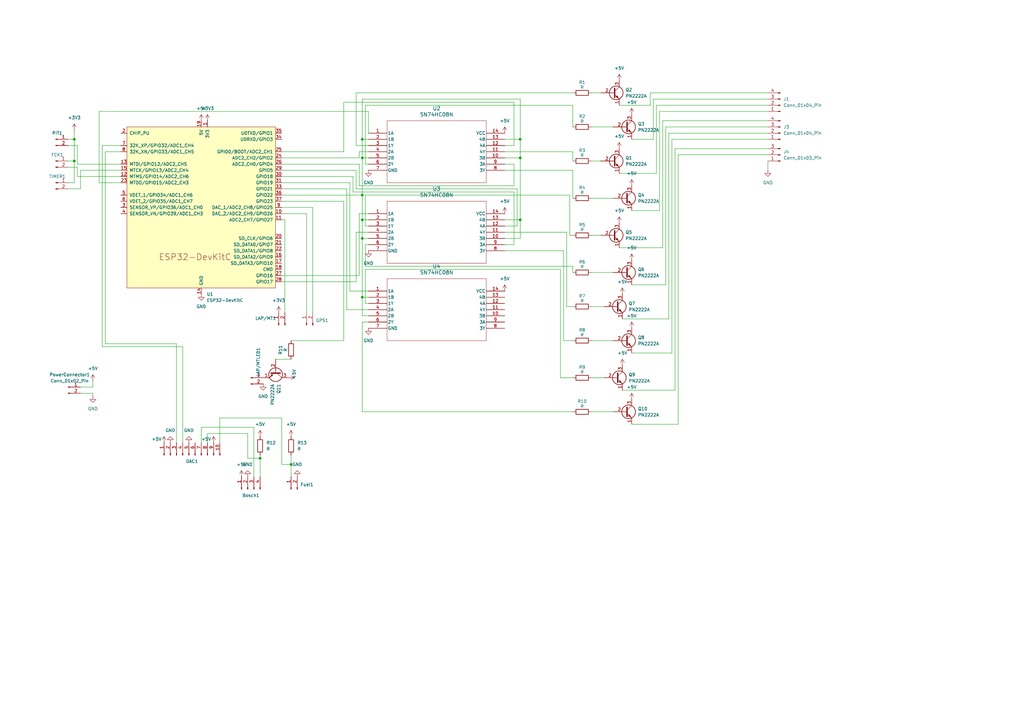
<source format=kicad_sch>
(kicad_sch (version 20231120) (generator "eeschema") (generator_version "8.0")
  (paper "A3")
  (lib_symbols
    (symbol "2024-09-07_11-47-55:SN74HC08N" (pin_names (offset 0.254))
      (property "Reference" "U" (at 27.94 10.16 0))
      (property "Value" "SN74HC08N" (at 27.94 7.62 0))
      (symbol "SN74HC08N_0_1"
        (polyline (pts (xy 7.62 -20.32) (xy 48.26 -20.32)) (stroke (width 0.127)))
        (polyline (pts (xy 7.62 5.08) (xy 7.62 -20.32)) (stroke (width 0.127)))
        (polyline (pts (xy 48.26 -20.32) (xy 48.26 5.08)) (stroke (width 0.127)))
        (polyline (pts (xy 48.26 5.08) (xy 7.62 5.08)) (stroke (width 0.127)))
        (pin input line (at 0 0 0) (length 7.62) (name "1A") (number "1"))
        (pin input line (at 55.88 -10.16 180) (length 7.62) (name "3B") (number "10"))
        (pin output line (at 55.88 -7.62 180) (length 7.62) (name "4Y") (number "11"))
        (pin input line (at 55.88 -5.08 180) (length 7.62) (name "4A") (number "12"))
        (pin input line (at 55.88 -2.54 180) (length 7.62) (name "4B") (number "13"))
        (pin power_in line (at 55.88 0 180) (length 7.62) (name "VCC") (number "14"))
        (pin input line (at 0 -2.54 0) (length 7.62) (name "1B") (number "2"))
        (pin output line (at 0 -5.08 0) (length 7.62) (name "1Y") (number "3"))
        (pin input line (at 0 -7.62 0) (length 7.62) (name "2A") (number "4"))
        (pin input line (at 0 -10.16 0) (length 7.62) (name "2B") (number "5"))
        (pin output line (at 0 -12.7 0) (length 7.62) (name "2Y") (number "6"))
        (pin power_in line (at 0 -15.24 0) (length 7.62) (name "GND") (number "7"))
        (pin output line (at 55.88 -15.24 180) (length 7.62) (name "3Y") (number "8"))
        (pin input line (at 55.88 -12.7 180) (length 7.62) (name "3A") (number "9"))
      )
    )
    (symbol "Connector:Conn_01x02_Pin" (pin_names (offset 1.016) hide)
      (property "Reference" "J" (at 0 2.54 0))
      (property "Value" "Conn_01x02_Pin" (at 0 -5.08 0))
      (symbol "Conn_01x02_Pin_1_1"
        (polyline (pts (xy 1.27 -2.54) (xy 0.8636 -2.54)) (stroke (width 0.1524)))
        (polyline (pts (xy 1.27 0) (xy 0.8636 0)) (stroke (width 0.1524)))
        (rectangle (start 0.8636 -2.413) (end 0 -2.667) (stroke (width 0.1524)) (fill (type outline)))
        (rectangle (start 0.8636 0.127) (end 0 -0.127) (stroke (width 0.1524)) (fill (type outline)))
        (pin passive line (at 5.08 0 180) (length 3.81) (name "Pin_1") (number "1"))
        (pin passive line (at 5.08 -2.54 180) (length 3.81) (name "Pin_2") (number "2"))
      )
    )
    (symbol "Connector:Conn_01x03_Pin" (pin_names (offset 1.016) hide)
      (property "Reference" "J" (at 0 5.08 0))
      (property "Value" "Conn_01x03_Pin" (at 0 -5.08 0))
      (symbol "Conn_01x03_Pin_1_1"
        (polyline (pts (xy 1.27 -2.54) (xy 0.8636 -2.54)) (stroke (width 0.1524)))
        (polyline (pts (xy 1.27 0) (xy 0.8636 0)) (stroke (width 0.1524)))
        (polyline (pts (xy 1.27 2.54) (xy 0.8636 2.54)) (stroke (width 0.1524)))
        (rectangle (start 0.8636 -2.413) (end 0 -2.667) (stroke (width 0.1524)) (fill (type outline)))
        (rectangle (start 0.8636 0.127) (end 0 -0.127) (stroke (width 0.1524)) (fill (type outline)))
        (rectangle (start 0.8636 2.667) (end 0 2.413) (stroke (width 0.1524)) (fill (type outline)))
        (pin passive line (at 5.08 2.54 180) (length 3.81) (name "Pin_1") (number "1"))
        (pin passive line (at 5.08 0 180) (length 3.81) (name "Pin_2") (number "2"))
        (pin passive line (at 5.08 -2.54 180) (length 3.81) (name "Pin_3") (number "3"))
      )
    )
    (symbol "Connector:Conn_01x04_Pin" (pin_names (offset 1.016) hide)
      (property "Reference" "J" (at 0 5.08 0))
      (property "Value" "Conn_01x04_Pin" (at 0 -7.62 0))
      (symbol "Conn_01x04_Pin_1_1"
        (polyline (pts (xy 1.27 -5.08) (xy 0.8636 -5.08)) (stroke (width 0.1524)))
        (polyline (pts (xy 1.27 -2.54) (xy 0.8636 -2.54)) (stroke (width 0.1524)))
        (polyline (pts (xy 1.27 0) (xy 0.8636 0)) (stroke (width 0.1524)))
        (polyline (pts (xy 1.27 2.54) (xy 0.8636 2.54)) (stroke (width 0.1524)))
        (rectangle (start 0.8636 -4.953) (end 0 -5.207) (stroke (width 0.1524)) (fill (type outline)))
        (rectangle (start 0.8636 -2.413) (end 0 -2.667) (stroke (width 0.1524)) (fill (type outline)))
        (rectangle (start 0.8636 0.127) (end 0 -0.127) (stroke (width 0.1524)) (fill (type outline)))
        (rectangle (start 0.8636 2.667) (end 0 2.413) (stroke (width 0.1524)) (fill (type outline)))
        (pin passive line (at 5.08 2.54 180) (length 3.81) (name "Pin_1") (number "1"))
        (pin passive line (at 5.08 0 180) (length 3.81) (name "Pin_2") (number "2"))
        (pin passive line (at 5.08 -2.54 180) (length 3.81) (name "Pin_3") (number "3"))
        (pin passive line (at 5.08 -5.08 180) (length 3.81) (name "Pin_4") (number "4"))
      )
    )
    (symbol "Connector:Conn_01x10_Pin" (pin_names (offset 1.016) hide)
      (property "Reference" "J" (at 0 12.7 0))
      (property "Value" "Conn_01x10_Pin" (at 0 -15.24 0))
      (symbol "Conn_01x10_Pin_1_1"
        (polyline (pts (xy 1.27 -12.7) (xy 0.8636 -12.7)) (stroke (width 0.1524)))
        (polyline (pts (xy 1.27 -10.16) (xy 0.8636 -10.16)) (stroke (width 0.1524)))
        (polyline (pts (xy 1.27 -7.62) (xy 0.8636 -7.62)) (stroke (width 0.1524)))
        (polyline (pts (xy 1.27 -5.08) (xy 0.8636 -5.08)) (stroke (width 0.1524)))
        (polyline (pts (xy 1.27 -2.54) (xy 0.8636 -2.54)) (stroke (width 0.1524)))
        (polyline (pts (xy 1.27 0) (xy 0.8636 0)) (stroke (width 0.1524)))
        (polyline (pts (xy 1.27 2.54) (xy 0.8636 2.54)) (stroke (width 0.1524)))
        (polyline (pts (xy 1.27 5.08) (xy 0.8636 5.08)) (stroke (width 0.1524)))
        (polyline (pts (xy 1.27 7.62) (xy 0.8636 7.62)) (stroke (width 0.1524)))
        (polyline (pts (xy 1.27 10.16) (xy 0.8636 10.16)) (stroke (width 0.1524)))
        (rectangle (start 0.8636 -12.573) (end 0 -12.827) (stroke (width 0.1524)) (fill (type outline)))
        (rectangle (start 0.8636 -10.033) (end 0 -10.287) (stroke (width 0.1524)) (fill (type outline)))
        (rectangle (start 0.8636 -7.493) (end 0 -7.747) (stroke (width 0.1524)) (fill (type outline)))
        (rectangle (start 0.8636 -4.953) (end 0 -5.207) (stroke (width 0.1524)) (fill (type outline)))
        (rectangle (start 0.8636 -2.413) (end 0 -2.667) (stroke (width 0.1524)) (fill (type outline)))
        (rectangle (start 0.8636 0.127) (end 0 -0.127) (stroke (width 0.1524)) (fill (type outline)))
        (rectangle (start 0.8636 2.667) (end 0 2.413) (stroke (width 0.1524)) (fill (type outline)))
        (rectangle (start 0.8636 5.207) (end 0 4.953) (stroke (width 0.1524)) (fill (type outline)))
        (rectangle (start 0.8636 7.747) (end 0 7.493) (stroke (width 0.1524)) (fill (type outline)))
        (rectangle (start 0.8636 10.287) (end 0 10.033) (stroke (width 0.1524)) (fill (type outline)))
        (pin passive line (at 5.08 10.16 180) (length 3.81) (name "Pin_1") (number "1"))
        (pin passive line (at 5.08 -12.7 180) (length 3.81) (name "Pin_10") (number "10"))
        (pin passive line (at 5.08 7.62 180) (length 3.81) (name "Pin_2") (number "2"))
        (pin passive line (at 5.08 5.08 180) (length 3.81) (name "Pin_3") (number "3"))
        (pin passive line (at 5.08 2.54 180) (length 3.81) (name "Pin_4") (number "4"))
        (pin passive line (at 5.08 0 180) (length 3.81) (name "Pin_5") (number "5"))
        (pin passive line (at 5.08 -2.54 180) (length 3.81) (name "Pin_6") (number "6"))
        (pin passive line (at 5.08 -5.08 180) (length 3.81) (name "Pin_7") (number "7"))
        (pin passive line (at 5.08 -7.62 180) (length 3.81) (name "Pin_8") (number "8"))
        (pin passive line (at 5.08 -10.16 180) (length 3.81) (name "Pin_9") (number "9"))
      )
    )
    (symbol "Device:R" (pin_numbers hide) (pin_names (offset 0))
      (property "Reference" "R" (at 2.032 0 90))
      (property "Value" "R" (at 0 0 90))
      (symbol "R_0_1"
        (rectangle (start -1.016 -2.54) (end 1.016 2.54) (stroke (width 0.254)))
      )
      (symbol "R_1_1"
        (pin passive line (at 0 3.81 270) (length 1.27) (name "~") (number "1"))
        (pin passive line (at 0 -3.81 90) (length 1.27) (name "~") (number "2"))
      )
    )
    (symbol "PCM_Espressif:ESP32-DevKitC" (pin_names (offset 1.016))
      (property "Reference" "U" (at -30.48 38.1 0))
      (property "Value" "ESP32-DevKitC" (at -30.48 35.56 0))
      (symbol "ESP32-DevKitC_0_0"
        (text "ESP32-DevKitC" (at -2.54 -20.32 0) (effects (font (size 2.54 2.54))))
        (pin power_in line (at 0 -35.56 90) (length 2.54) (name "GND") (number "14"))
        (pin power_in line (at 0 35.56 270) (length 2.54) (name "5V") (number "19"))
      )
      (symbol "ESP32-DevKitC_0_1"
        (rectangle (start -30.48 33.02) (end 30.48 -33.02) (fill (type background)))
      )
      (symbol "ESP32-DevKitC_1_1"
        (pin power_in line (at 2.54 35.56 270) (length 2.54) (name "3V3") (number "1"))
        (pin bidirectional line (at 33.02 -2.54 180) (length 2.54) (name "DAC_2/ADC2_CH9/GPIO26") (number "10"))
        (pin bidirectional line (at 33.02 -5.08 180) (length 2.54) (name "ADC2_CH7/GPIO27") (number "11"))
        (pin bidirectional line (at -33.02 12.7 0) (length 2.54) (name "MTMS/GPIO14/ADC2_CH6") (number "12"))
        (pin bidirectional line (at -33.02 17.78 0) (length 2.54) (name "MTDI/GPIO12/ADC2_CH5") (number "13"))
        (pin bidirectional line (at -33.02 15.24 0) (length 2.54) (name "MTCK/GPIO13/ADC2_CH4") (number "15"))
        (pin bidirectional line (at 33.02 -20.32 180) (length 2.54) (name "SD_DATA2/GPIO9") (number "16"))
        (pin bidirectional line (at 33.02 -22.86 180) (length 2.54) (name "SD_DATA3/GPIO10") (number "17"))
        (pin bidirectional line (at 33.02 -25.4 180) (length 2.54) (name "CMD") (number "18"))
        (pin input line (at -33.02 30.48 0) (length 2.54) (name "CHIP_PU") (number "2"))
        (pin bidirectional line (at 33.02 -12.7 180) (length 2.54) (name "SD_CLK/GPIO6") (number "20"))
        (pin bidirectional line (at 33.02 -15.24 180) (length 2.54) (name "SD_DATA0/GPIO7") (number "21"))
        (pin bidirectional line (at 33.02 -17.78 180) (length 2.54) (name "SD_DATA1/GPIO8") (number "22"))
        (pin bidirectional line (at -33.02 10.16 0) (length 2.54) (name "MTDO/GPIO15/ADC2_CH3") (number "23"))
        (pin bidirectional line (at 33.02 20.32 180) (length 2.54) (name "ADC2_CH2/GPIO2") (number "24"))
        (pin bidirectional line (at 33.02 22.86 180) (length 2.54) (name "GPIO0/BOOT/ADC2_CH1") (number "25"))
        (pin bidirectional line (at 33.02 17.78 180) (length 2.54) (name "ADC2_CH0/GPIO4") (number "26"))
        (pin bidirectional line (at 33.02 -27.94 180) (length 2.54) (name "GPIO16") (number "27"))
        (pin bidirectional line (at 33.02 -30.48 180) (length 2.54) (name "GPIO17") (number "28"))
        (pin bidirectional line (at 33.02 15.24 180) (length 2.54) (name "GPIO5") (number "29"))
        (pin input line (at -33.02 0 0) (length 2.54) (name "SENSOR_VP/GPIO36/ADC1_CH0") (number "3"))
        (pin bidirectional line (at 33.02 12.7 180) (length 2.54) (name "GPIO18") (number "30"))
        (pin bidirectional line (at 33.02 10.16 180) (length 2.54) (name "GPIO19") (number "31"))
        (pin passive line (at 0 -35.56 90) (length 2.54) hide (name "GND") (number "32"))
        (pin bidirectional line (at 33.02 7.62 180) (length 2.54) (name "GPIO21") (number "33"))
        (pin bidirectional line (at 33.02 27.94 180) (length 2.54) (name "U0RXD/GPIO3") (number "34"))
        (pin bidirectional line (at 33.02 30.48 180) (length 2.54) (name "U0TXD/GPIO1") (number "35"))
        (pin bidirectional line (at 33.02 5.08 180) (length 2.54) (name "GPIO22") (number "36"))
        (pin bidirectional line (at 33.02 2.54 180) (length 2.54) (name "GPIO23") (number "37"))
        (pin passive line (at 0 -35.56 90) (length 2.54) hide (name "GND") (number "38"))
        (pin input line (at -33.02 -2.54 0) (length 2.54) (name "SENSOR_VN/GPIO39/ADC1_CH3") (number "4"))
        (pin input line (at -33.02 5.08 0) (length 2.54) (name "VDET_1/GPIO34/ADC1_CH6") (number "5"))
        (pin input line (at -33.02 2.54 0) (length 2.54) (name "VDET_2/GPIO35/ADC1_CH7") (number "6"))
        (pin bidirectional line (at -33.02 25.4 0) (length 2.54) (name "32K_XP/GPIO32/ADC1_CH4") (number "7"))
        (pin bidirectional line (at -33.02 22.86 0) (length 2.54) (name "32K_XN/GPIO33/ADC1_CH5") (number "8"))
        (pin bidirectional line (at 33.02 0 180) (length 2.54) (name "DAC_1/ADC2_CH8/GPIO25") (number "9"))
      )
    )
    (symbol "Transistor_BJT:PN2222A" (pin_names (offset 0) hide)
      (property "Reference" "Q" (at 5.08 1.905 0))
      (property "Value" "PN2222A" (at 5.08 0 0))
      (symbol "PN2222A_0_1"
        (polyline (pts (xy 0 0) (xy 0.635 0)))
        (polyline (pts (xy 2.54 -2.54) (xy 0.635 -0.635)))
        (polyline (pts (xy 2.54 2.54) (xy 0.635 0.635)))
        (polyline (pts (xy 0.635 1.905) (xy 0.635 -1.905) (xy 0.635 -1.905)) (stroke (width 0.508)))
        (polyline (pts (xy 2.413 -2.413) (xy 1.905 -1.905) (xy 1.905 -1.905)))
        (polyline (pts (xy 1.143 -1.651) (xy 1.651 -1.143) (xy 2.159 -2.159) (xy 1.143 -1.651) (xy 1.143 -1.651)) (fill (type outline)))
        (circle (center 1.27 0) (radius 2.8194) (stroke (width 0.254)))
      )
      (symbol "PN2222A_1_1"
        (pin passive line (at 2.54 -5.08 90) (length 2.54) (name "E") (number "1"))
        (pin input line (at -5.08 0 0) (length 5.08) (name "B") (number "2"))
        (pin passive line (at 2.54 5.08 270) (length 2.54) (name "C") (number "3"))
      )
    )
    (symbol "power:+3V3" (power) (pin_numbers hide) (pin_names (offset 0) hide)
      (property "Value" "+3V3" (at 0 3.556 0))
      (symbol "+3V3_0_1"
        (polyline (pts (xy -0.762 1.27) (xy 0 2.54)))
        (polyline (pts (xy 0 0) (xy 0 2.54)))
        (polyline (pts (xy 0 2.54) (xy 0.762 1.27)))
      )
      (symbol "+3V3_1_1"
        (pin power_in line (at 0 0 90) (length 0) (name "~") (number "1"))
      )
    )
    (symbol "power:+5V" (power) (pin_numbers hide) (pin_names (offset 0) hide)
      (property "Value" "+5V" (at 0 3.556 0))
      (symbol "+5V_0_1"
        (polyline (pts (xy -0.762 1.27) (xy 0 2.54)))
        (polyline (pts (xy 0 0) (xy 0 2.54)))
        (polyline (pts (xy 0 2.54) (xy 0.762 1.27)))
      )
      (symbol "+5V_1_1"
        (pin power_in line (at 0 0 90) (length 0) (name "~") (number "1"))
      )
    )
    (symbol "power:GND" (power) (pin_numbers hide) (pin_names (offset 0) hide)
      (property "Value" "GND" (at 0 -3.81 0))
      (symbol "GND_0_1"
        (polyline (pts (xy 0 0) (xy 0 -1.27) (xy 1.27 -1.27) (xy 0 -2.54) (xy -1.27 -1.27) (xy 0 -1.27)))
      )
      (symbol "GND_1_1"
        (pin power_in line (at 0 0 270) (length 0) (name "~") (number "1"))
      )
    )
  )
  (junction (at 213.36 90.17))
  (junction (at 148.59 97.79))
  (junction (at 30.48 57.15))
  (junction (at 148.59 121.92))
  (junction (at 213.36 57.15))
  (junction (at 148.59 64.77))
  (junction (at 30.48 66.04))
  (junction (at 213.36 64.77))
  (junction (at 119.38 190.5))
  (junction (at 148.59 80.01))
  (junction (at 106.68 187.96))
  (junction (at 148.59 90.17))
  (junction (at 148.59 57.15))
  (wire (pts (xy 314.96 66.04) (xy 314.96 69.85)))
  (wire (pts (xy 273.05 116.84) (xy 259.08 116.84)))
  (wire (pts (xy 149.86 67.31) (xy 149.86 43.18)))
  (wire (pts (xy 148.59 57.15) (xy 151.13 57.15)))
  (wire (pts (xy 234.95 69.85) (xy 234.95 81.28)))
  (wire (pts (xy 276.86 160.02) (xy 276.86 60.96)))
  (wire (pts (xy 148.59 57.15) (xy 148.59 40.64)))
  (wire (pts (xy 275.59 144.78) (xy 259.08 144.78)))
  (wire (pts (xy 82.55 175.26) (xy 82.55 181.61)))
  (wire (pts (xy 151.13 124.46) (xy 149.86 124.46)))
  (wire (pts (xy 242.57 168.91) (xy 251.46 168.91)))
  (wire (pts (xy 142.24 77.47) (xy 142.24 127)))
  (wire (pts (xy 40.64 45.72) (xy 40.64 74.93)))
  (wire (pts (xy 210.82 59.69) (xy 207.01 59.69)))
  (wire (pts (xy 212.09 92.71) (xy 207.01 92.71)))
  (wire (pts (xy 113.03 147.32) (xy 119.38 147.32)))
  (wire (pts (xy 242.57 125.73) (xy 247.65 125.73)))
  (wire (pts (xy 231.14 139.7) (xy 234.95 139.7)))
  (wire (pts (xy 148.59 168.91) (xy 234.95 168.91)))
  (wire (pts (xy 115.57 190.5) (xy 119.38 190.5)))
  (wire (pts (xy 115.57 77.47) (xy 142.24 77.47)))
  (wire (pts (xy 115.57 67.31) (xy 147.32 67.31)))
  (wire (pts (xy 143.51 74.93) (xy 143.51 119.38)))
  (wire (pts (xy 242.57 38.1) (xy 246.38 38.1)))
  (wire (pts (xy 269.24 71.12) (xy 269.24 43.18)))
  (wire (pts (xy 142.24 127) (xy 151.13 127)))
  (wire (pts (xy 115.57 69.85) (xy 146.05 69.85)))
  (wire (pts (xy 231.14 102.87) (xy 231.14 139.7)))
  (wire (pts (xy 115.57 171.45) (xy 115.57 190.5)))
  (wire (pts (xy 254 71.12) (xy 269.24 71.12)))
  (wire (pts (xy 90.17 171.45) (xy 115.57 171.45)))
  (wire (pts (xy 148.59 90.17) (xy 148.59 97.79)))
  (wire (pts (xy 213.36 90.17) (xy 207.01 90.17)))
  (wire (pts (xy 242.57 154.94) (xy 247.65 154.94)))
  (wire (pts (xy 125.73 87.63) (xy 115.57 87.63)))
  (wire (pts (xy 213.36 40.64) (xy 213.36 57.15)))
  (wire (pts (xy 234.95 62.23) (xy 234.95 66.04)))
  (wire (pts (xy 242.57 66.04) (xy 246.38 66.04)))
  (wire (pts (xy 85.09 177.8) (xy 101.6 177.8)))
  (wire (pts (xy 115.57 115.57) (xy 146.05 115.57)))
  (wire (pts (xy 38.1 158.75) (xy 38.1 156.21)))
  (wire (pts (xy 271.78 49.53) (xy 314.96 49.53)))
  (wire (pts (xy 314.96 45.72) (xy 270.51 45.72)))
  (wire (pts (xy 210.82 67.31) (xy 207.01 67.31)))
  (wire (pts (xy 213.36 64.77) (xy 213.36 90.17)))
  (wire (pts (xy 147.32 76.2) (xy 210.82 76.2)))
  (wire (pts (xy 255.27 160.02) (xy 276.86 160.02)))
  (wire (pts (xy 74.93 142.24) (xy 74.93 181.61)))
  (wire (pts (xy 27.94 57.15) (xy 30.48 57.15)))
  (wire (pts (xy 115.57 62.23) (xy 140.97 62.23)))
  (wire (pts (xy 149.86 100.33) (xy 149.86 109.22)))
  (wire (pts (xy 266.7 43.18) (xy 266.7 38.1)))
  (wire (pts (xy 314.96 52.07) (xy 273.05 52.07)))
  (wire (pts (xy 115.57 85.09) (xy 128.27 85.09)))
  (wire (pts (xy 213.36 57.15) (xy 213.36 64.77)))
  (wire (pts (xy 151.13 45.72) (xy 151.13 54.61)))
  (wire (pts (xy 147.32 113.03) (xy 147.32 87.63)))
  (wire (pts (xy 148.59 40.64) (xy 213.36 40.64)))
  (wire (pts (xy 101.6 177.8) (xy 101.6 187.96)))
  (wire (pts (xy 41.91 142.24) (xy 74.93 142.24)))
  (wire (pts (xy 242.57 52.07) (xy 251.46 52.07)))
  (wire (pts (xy 147.32 64.77) (xy 147.32 62.23)))
  (wire (pts (xy 210.82 100.33) (xy 207.01 100.33)))
  (wire (pts (xy 119.38 190.5) (xy 119.38 195.58)))
  (wire (pts (xy 148.59 90.17) (xy 151.13 90.17)))
  (wire (pts (xy 151.13 67.31) (xy 149.86 67.31)))
  (wire (pts (xy 140.97 139.7) (xy 119.38 139.7)))
  (wire (pts (xy 31.75 59.69) (xy 27.94 59.69)))
  (wire (pts (xy 232.41 95.25) (xy 232.41 125.73)))
  (wire (pts (xy 267.97 57.15) (xy 259.08 57.15)))
  (wire (pts (xy 144.78 78.74) (xy 210.82 78.74)))
  (wire (pts (xy 147.32 87.63) (xy 151.13 87.63)))
  (wire (pts (xy 210.82 78.74) (xy 210.82 100.33)))
  (wire (pts (xy 31.75 67.31) (xy 31.75 59.69)))
  (wire (pts (xy 49.53 74.93) (xy 40.64 74.93)))
  (wire (pts (xy 116.84 128.27) (xy 116.84 90.17)))
  (wire (pts (xy 49.53 67.31) (xy 31.75 67.31)))
  (wire (pts (xy 125.73 128.27) (xy 125.73 87.63)))
  (wire (pts (xy 33.02 77.47) (xy 27.94 77.47)))
  (wire (pts (xy 115.57 113.03) (xy 147.32 113.03)))
  (wire (pts (xy 146.05 95.25) (xy 151.13 95.25)))
  (wire (pts (xy 31.75 72.39) (xy 49.53 72.39)))
  (wire (pts (xy 149.86 80.01) (xy 233.68 80.01)))
  (wire (pts (xy 33.02 69.85) (xy 33.02 77.47)))
  (wire (pts (xy 233.68 80.01) (xy 233.68 96.52)))
  (wire (pts (xy 140.97 139.7) (xy 140.97 82.55)))
  (wire (pts (xy 40.64 45.72) (xy 151.13 45.72)))
  (wire (pts (xy 115.57 80.01) (xy 148.59 80.01)))
  (wire (pts (xy 30.48 74.93) (xy 30.48 66.04)))
  (wire (pts (xy 128.27 85.09) (xy 128.27 128.27)))
  (wire (pts (xy 49.53 62.23) (xy 43.18 62.23)))
  (wire (pts (xy 278.13 173.99) (xy 259.08 173.99)))
  (wire (pts (xy 119.38 186.69) (xy 119.38 190.5)))
  (wire (pts (xy 278.13 63.5) (xy 278.13 173.99)))
  (wire (pts (xy 148.59 64.77) (xy 148.59 57.15)))
  (wire (pts (xy 234.95 43.18) (xy 234.95 52.07)))
  (wire (pts (xy 30.48 57.15) (xy 30.48 53.34)))
  (wire (pts (xy 143.51 119.38) (xy 151.13 119.38)))
  (wire (pts (xy 151.13 92.71) (xy 149.86 92.71)))
  (wire (pts (xy 207.01 62.23) (xy 234.95 62.23)))
  (wire (pts (xy 274.32 54.61) (xy 314.96 54.61)))
  (wire (pts (xy 43.18 62.23) (xy 43.18 140.97)))
  (wire (pts (xy 149.86 110.49) (xy 229.87 110.49)))
  (wire (pts (xy 274.32 130.81) (xy 274.32 54.61)))
  (wire (pts (xy 234.95 109.22) (xy 234.95 111.76)))
  (wire (pts (xy 149.86 92.71) (xy 149.86 80.01)))
  (wire (pts (xy 146.05 115.57) (xy 146.05 95.25)))
  (wire (pts (xy 151.13 132.08) (xy 148.59 132.08)))
  (wire (pts (xy 276.86 60.96) (xy 314.96 60.96)))
  (wire (pts (xy 271.78 101.6) (xy 271.78 49.53)))
  (wire (pts (xy 151.13 59.69) (xy 146.05 59.69)))
  (wire (pts (xy 101.6 187.96) (xy 106.68 187.96)))
  (wire (pts (xy 106.68 186.69) (xy 106.68 187.96)))
  (wire (pts (xy 140.97 82.55) (xy 115.57 82.55)))
  (wire (pts (xy 104.14 195.58) (xy 104.14 175.26)))
  (wire (pts (xy 148.59 132.08) (xy 148.59 168.91)))
  (wire (pts (xy 148.59 80.01) (xy 148.59 64.77)))
  (wire (pts (xy 242.57 139.7) (xy 251.46 139.7)))
  (wire (pts (xy 147.32 67.31) (xy 147.32 76.2)))
  (wire (pts (xy 149.86 109.22) (xy 234.95 109.22)))
  (wire (pts (xy 147.32 62.23) (xy 151.13 62.23)))
  (wire (pts (xy 254 43.18) (xy 266.7 43.18)))
  (wire (pts (xy 269.24 43.18) (xy 314.96 43.18)))
  (wire (pts (xy 242.57 111.76) (xy 251.46 111.76)))
  (wire (pts (xy 115.57 74.93) (xy 143.51 74.93)))
  (wire (pts (xy 229.87 154.94) (xy 234.95 154.94)))
  (wire (pts (xy 314.96 40.64) (xy 267.97 40.64)))
  (wire (pts (xy 33.02 161.29) (xy 38.1 161.29)))
  (wire (pts (xy 72.39 140.97) (xy 72.39 181.61)))
  (wire (pts (xy 148.59 121.92) (xy 148.59 129.54)))
  (wire (pts (xy 314.96 57.15) (xy 275.59 57.15)))
  (wire (pts (xy 148.59 97.79) (xy 148.59 121.92)))
  (wire (pts (xy 146.05 38.1) (xy 234.95 38.1)))
  (wire (pts (xy 148.59 121.92) (xy 151.13 121.92)))
  (wire (pts (xy 267.97 40.64) (xy 267.97 57.15)))
  (wire (pts (xy 210.82 41.91) (xy 210.82 59.69)))
  (wire (pts (xy 210.82 76.2) (xy 210.82 67.31)))
  (wire (pts (xy 116.84 90.17) (xy 115.57 90.17)))
  (wire (pts (xy 146.05 77.47) (xy 212.09 77.47)))
  (wire (pts (xy 314.96 63.5) (xy 278.13 63.5)))
  (wire (pts (xy 213.36 90.17) (xy 213.36 97.79)))
  (wire (pts (xy 85.09 181.61) (xy 85.09 177.8)))
  (wire (pts (xy 233.68 96.52) (xy 234.95 96.52)))
  (wire (pts (xy 207.01 102.87) (xy 231.14 102.87)))
  (wire (pts (xy 255.27 130.81) (xy 274.32 130.81)))
  (wire (pts (xy 229.87 110.49) (xy 229.87 154.94)))
  (wire (pts (xy 41.91 59.69) (xy 41.91 142.24)))
  (wire (pts (xy 144.78 72.39) (xy 144.78 78.74)))
  (wire (pts (xy 33.02 158.75) (xy 38.1 158.75)))
  (wire (pts (xy 213.36 97.79) (xy 207.01 97.79)))
  (wire (pts (xy 140.97 62.23) (xy 140.97 41.91)))
  (wire (pts (xy 27.94 66.04) (xy 30.48 66.04)))
  (wire (pts (xy 273.05 52.07) (xy 273.05 116.84)))
  (wire (pts (xy 254 101.6) (xy 271.78 101.6)))
  (wire (pts (xy 207.01 64.77) (xy 213.36 64.77)))
  (wire (pts (xy 106.68 187.96) (xy 106.68 195.58)))
  (wire (pts (xy 148.59 64.77) (xy 151.13 64.77)))
  (wire (pts (xy 90.17 181.61) (xy 90.17 171.45)))
  (wire (pts (xy 148.59 97.79) (xy 151.13 97.79)))
  (wire (pts (xy 270.51 45.72) (xy 270.51 86.36)))
  (wire (pts (xy 212.09 77.47) (xy 212.09 92.71)))
  (wire (pts (xy 146.05 59.69) (xy 146.05 38.1)))
  (wire (pts (xy 30.48 66.04) (xy 30.48 57.15)))
  (wire (pts (xy 27.94 68.58) (xy 31.75 68.58)))
  (wire (pts (xy 27.94 74.93) (xy 30.48 74.93)))
  (wire (pts (xy 275.59 57.15) (xy 275.59 144.78)))
  (wire (pts (xy 148.59 80.01) (xy 148.59 90.17)))
  (wire (pts (xy 38.1 161.29) (xy 38.1 162.56)))
  (wire (pts (xy 270.51 86.36) (xy 259.08 86.36)))
  (wire (pts (xy 146.05 69.85) (xy 146.05 77.47)))
  (wire (pts (xy 49.53 69.85) (xy 33.02 69.85)))
  (wire (pts (xy 148.59 129.54) (xy 151.13 129.54)))
  (wire (pts (xy 49.53 59.69) (xy 41.91 59.69)))
  (wire (pts (xy 43.18 140.97) (xy 72.39 140.97)))
  (wire (pts (xy 266.7 38.1) (xy 314.96 38.1)))
  (wire (pts (xy 149.86 43.18) (xy 234.95 43.18)))
  (wire (pts (xy 242.57 96.52) (xy 246.38 96.52)))
  (wire (pts (xy 115.57 72.39) (xy 144.78 72.39)))
  (wire (pts (xy 213.36 57.15) (xy 207.01 57.15)))
  (wire (pts (xy 104.14 175.26) (xy 82.55 175.26)))
  (wire (pts (xy 149.86 124.46) (xy 149.86 110.49)))
  (wire (pts (xy 232.41 125.73) (xy 234.95 125.73)))
  (wire (pts (xy 207.01 69.85) (xy 234.95 69.85)))
  (wire (pts (xy 207.01 95.25) (xy 232.41 95.25)))
  (wire (pts (xy 242.57 81.28) (xy 251.46 81.28)))
  (wire (pts (xy 31.75 68.58) (xy 31.75 72.39)))
  (wire (pts (xy 140.97 41.91) (xy 210.82 41.91)))
  (wire (pts (xy 151.13 100.33) (xy 149.86 100.33)))
  (wire (pts (xy 115.57 64.77) (xy 147.32 64.77)))
  (symbol (lib_id "Connector:Conn_01x04_Pin") (at 320.04 54.61 180) (unit 1)
    (property "Reference" "J3" (at 321.31 52.0699 0) (effects (justify right)))
    (property "Value" "Conn_01x04_Pin" (at 321.31 54.6099 0) (effects (justify right)))
    (property "Footprint" "Connector_JST:JST_XH_B4B-XH-A_1x04_P2.50mm_Vertical" (effects (hide yes)))
    (property "Description" "Generic connector, single row, 01x04, script generated" (effects (hide yes)))
  )
  (symbol (lib_id "power:+5V") (at 259.08 76.2 0) (unit 1)
    (property "Reference" "#PWR014" (effects (hide yes)))
    (property "Value" "+5V" (at 259.08 71.12 0))
    (property "Description" "Power symbol creates a global label with name \"+5V\"" (effects (hide yes)))
  )
  (symbol (lib_id "Device:R") (at 238.76 111.76 90) (unit 1)
    (property "Reference" "R6" (at 238.76 107.442 90))
    (property "Value" "R" (at 238.76 109.474 90))
    (property "Footprint" "Resistor_THT:R_Axial_DIN0207_L6.3mm_D2.5mm_P10.16mm_Horizontal" (effects (hide yes)))
    (property "Description" "Resistor" (effects (hide yes)))
  )
  (symbol (lib_id "Connector:Conn_01x02_Pin") (at 102.87 154.94 0) (unit 1)
    (property "Reference" "LAP/MTLED1" (at 105.918 142.494 90) (effects (justify right)))
    (property "Value" "Conn_01x02_Pin" (effects (hide yes)))
    (property "Footprint" "Connector_JST:JST_XH_B2B-XH-A_1x02_P2.50mm_Vertical" (effects (hide yes)))
    (property "Description" "Generic connector, single row, 01x02, script generated" (effects (hide yes)))
  )
  (symbol (lib_id "Device:R") (at 238.76 139.7 90) (unit 1)
    (property "Reference" "R8" (at 238.76 135.382 90))
    (property "Value" "R" (at 238.76 137.414 90))
    (property "Footprint" "Resistor_THT:R_Axial_DIN0207_L6.3mm_D2.5mm_P10.16mm_Horizontal" (effects (hide yes)))
    (property "Description" "Resistor" (effects (hide yes)))
  )
  (symbol (lib_id "Connector:Conn_01x02_Pin") (at 119.38 200.66 90) (unit 1)
    (property "Reference" "Fuel1" (at 123.19 198.7549 90) (effects (justify right)))
    (property "Value" "Conn_01x02_Pin" (effects (hide yes)))
    (property "Footprint" "Connector_JST:JST_XH_B2B-XH-A_1x02_P2.50mm_Vertical" (effects (hide yes)))
    (property "Description" "Generic connector, single row, 01x02, script generated" (effects (hide yes)))
  )
  (symbol (lib_id "power:GND") (at 314.96 69.85 0) (unit 1)
    (property "Reference" "#PWR021" (effects (hide yes)))
    (property "Value" "GND" (at 314.96 74.93 0))
    (property "Description" "Power symbol creates a global label with name \"GND\" , ground" (effects (hide yes)))
  )
  (symbol (lib_id "power:GND") (at 107.95 157.48 0) (unit 1)
    (property "Reference" "#PWR026" (effects (hide yes)))
    (property "Value" "GND" (at 107.95 162.56 0))
    (property "Description" "Power symbol creates a global label with name \"GND\" , ground" (effects (hide yes)))
  )
  (symbol (lib_id "Device:R") (at 238.76 81.28 90) (unit 1)
    (property "Reference" "R4" (at 238.76 76.962 90))
    (property "Value" "R" (at 238.76 78.994 90))
    (property "Footprint" "Resistor_THT:R_Axial_DIN0207_L6.3mm_D2.5mm_P10.16mm_Horizontal" (effects (hide yes)))
    (property "Description" "Resistor" (effects (hide yes)))
  )
  (symbol (lib_id "power:+5V") (at 82.55 49.53 0) (unit 1)
    (property "Reference" "#PWR01" (effects (hide yes)))
    (property "Value" "+5V" (at 82.55 44.45 0))
    (property "Description" "Power symbol creates a global label with name \"+5V\"" (effects (hide yes)))
  )
  (symbol (lib_id "power:+5V") (at 207.01 54.61 0) (unit 1)
    (property "Reference" "#PWR06" (effects (hide yes)))
    (property "Value" "+5V" (at 207.01 49.53 0))
    (property "Description" "Power symbol creates a global label with name \"+5V\"" (effects (hide yes)))
  )
  (symbol (lib_id "Connector:Conn_01x02_Pin") (at 114.3 133.35 90) (unit 1)
    (property "Reference" "LAP/MT1" (at 104.648 130.556 90) (effects (justify right)))
    (property "Value" "Conn_01x02_Pin" (effects (hide yes)))
    (property "Footprint" "Connector_JST:JST_XH_B2B-XH-A_1x02_P2.50mm_Vertical" (effects (hide yes)))
    (property "Description" "Generic connector, single row, 01x02, script generated" (effects (hide yes)))
  )
  (symbol (lib_id "power:GND") (at 121.92 195.58 180) (unit 1)
    (property "Reference" "#PWR035" (effects (hide yes)))
    (property "Value" "GND" (at 121.92 190.5 0))
    (property "Description" "Power symbol creates a global label with name \"GND\" , ground" (effects (hide yes)))
  )
  (symbol (lib_id "power:GND") (at 82.55 120.65 0) (unit 1)
    (property "Reference" "#PWR02" (effects (hide yes)))
    (property "Value" "GND" (at 82.55 125.73 0))
    (property "Description" "Power symbol creates a global label with name \"GND\" , ground" (effects (hide yes)))
  )
  (symbol (lib_id "Connector:Conn_01x10_Pin") (at 77.47 186.69 90) (unit 1)
    (property "Reference" "DAC1" (at 78.74 189.23 90))
    (property "Footprint" "Connector_PinSocket_2.54mm:PinSocket_1x10_P2.54mm_Vertical" (effects (hide yes)))
    (property "Description" "Generic connector, single row, 01x10, script generated" (effects (hide yes)))
  )
  (symbol (lib_id "2024-09-07_11-47-55:SN74HC08N") (at 151.13 87.63 0) (unit 1)
    (property "Reference" "U3" (at 179.07 77.47 0) (effects (font (size 1.524 1.524))))
    (property "Value" "SN74HC08N" (at 179.07 80.01 0) (effects (font (size 1.524 1.524))))
    (property "Footprint" "footprints:N14" (effects (hide yes)))
    (property "Datasheet" "SN74HC08N" (effects (hide yes)))
  )
  (symbol (lib_id "power:+5V") (at 67.31 181.61 0) (unit 1)
    (property "Reference" "#PWR027" (effects (hide yes)))
    (property "Value" "+5V" (at 64.262 180.086 0))
    (property "Description" "Power symbol creates a global label with name \"+5V\"" (effects (hide yes)))
  )
  (symbol (lib_id "power:+5V") (at 254 33.02 0) (unit 1)
    (property "Reference" "#PWR011" (effects (hide yes)))
    (property "Value" "+5V" (at 254 27.94 0))
    (property "Description" "Power symbol creates a global label with name \"+5V\"" (effects (hide yes)))
  )
  (symbol (lib_id "Device:R") (at 238.76 96.52 90) (unit 1)
    (property "Reference" "R5" (at 238.76 92.202 90))
    (property "Value" "R" (at 238.76 94.234 90))
    (property "Footprint" "Resistor_THT:R_Axial_DIN0207_L6.3mm_D2.5mm_P10.16mm_Horizontal" (effects (hide yes)))
    (property "Description" "Resistor" (effects (hide yes)))
  )
  (symbol (lib_id "power:GND") (at 38.1 162.56 0) (unit 1)
    (property "Reference" "#PWR09" (effects (hide yes)))
    (property "Value" "GND" (at 38.1 167.64 0))
    (property "Description" "Power symbol creates a global label with name \"GND\" , ground" (effects (hide yes)))
  )
  (symbol (lib_id "power:GND") (at 151.13 69.85 0) (unit 1)
    (property "Reference" "#PWR05" (effects (hide yes)))
    (property "Value" "GND" (at 151.13 74.93 0))
    (property "Description" "Power symbol creates a global label with name \"GND\" , ground" (effects (hide yes)))
  )
  (symbol (lib_id "PCM_Espressif:ESP32-DevKitC") (at 82.55 85.09 0) (unit 1)
    (property "Reference" "U1" (at 84.7441 120.65 0) (effects (justify left)))
    (property "Value" "ESP32-DevKitC" (at 84.7441 123.19 0) (effects (justify left)))
    (property "Footprint" "PCM_Espressif:ESP32-DevKitC" (effects (hide yes)))
    (property "Datasheet" "https://docs.espressif.com/projects/esp-idf/zh_CN/latest/esp32/hw-reference/esp32/get-started-devkitc.html" (effects (hide yes)))
    (property "Description" "Development Kit" (effects (hide yes)))
  )
  (symbol (lib_id "power:GND") (at 101.6 195.58 180) (unit 1)
    (property "Reference" "#PWR032" (effects (hide yes)))
    (property "Value" "GND" (at 101.6 190.5 0))
    (property "Description" "Power symbol creates a global label with name \"GND\" , ground" (effects (hide yes)))
  )
  (symbol (lib_id "power:+5V") (at 119.38 179.07 0) (unit 1)
    (property "Reference" "#PWR034" (effects (hide yes)))
    (property "Value" "+5V" (at 119.38 173.99 0))
    (property "Description" "Power symbol creates a global label with name \"+5V\"" (effects (hide yes)))
  )
  (symbol (lib_id "power:GND") (at 151.13 134.62 0) (unit 1)
    (property "Reference" "#PWR04" (effects (hide yes)))
    (property "Value" "GND" (at 151.13 139.7 0))
    (property "Description" "Power symbol creates a global label with name \"GND\" , ground" (effects (hide yes)))
  )
  (symbol (lib_id "power:GND") (at 151.13 102.87 0) (unit 1)
    (property "Reference" "#PWR03" (effects (hide yes)))
    (property "Value" "GND" (at 151.13 107.95 0))
    (property "Description" "Power symbol creates a global label with name \"GND\" , ground" (effects (hide yes)))
  )
  (symbol (lib_id "power:GND") (at 77.47 181.61 180) (unit 1)
    (property "Reference" "#PWR029" (effects (hide yes)))
    (property "Value" "GND" (at 77.47 176.53 0))
    (property "Description" "Power symbol creates a global label with name \"GND\" , ground" (effects (hide yes)))
  )
  (symbol (lib_id "Transistor_BJT:PN2222A") (at 256.54 168.91 0) (unit 1)
    (property "Reference" "Q10" (at 261.62 167.6399 0) (effects (justify left)))
    (property "Value" "PN2222A" (at 261.62 170.1799 0) (effects (justify left)))
    (property "Footprint" "Package_TO_SOT_THT:TO-92_Inline" (effects (hide yes)))
    (property "Datasheet" "https://www.onsemi.com/pub/Collateral/PN2222-D.PDF" (effects (hide yes)))
    (property "Description" "1A Ic, 40V Vce, NPN Transistor, General Purpose Transistor, TO-92" (effects (hide yes)))
  )
  (symbol (lib_id "Connector:Conn_01x02_Pin") (at 22.86 66.04 0) (unit 1)
    (property "Reference" "FCK1" (at 23.495 63.5 0))
    (property "Value" "Conn_01x02_Pin" (effects (hide yes)))
    (property "Footprint" "Connector_JST:JST_XH_B2B-XH-A_1x02_P2.50mm_Vertical" (effects (hide yes)))
    (property "Description" "Generic connector, single row, 01x02, script generated" (effects (hide yes)))
  )
  (symbol (lib_id "power:+5V") (at 259.08 163.83 0) (unit 1)
    (property "Reference" "#PWR020" (effects (hide yes)))
    (property "Value" "+5V" (at 259.08 158.75 0))
    (property "Description" "Power symbol creates a global label with name \"+5V\"" (effects (hide yes)))
  )
  (symbol (lib_id "Connector:Conn_01x02_Pin") (at 22.86 57.15 0) (unit 1)
    (property "Reference" "PIT1" (at 23.495 54.61 0))
    (property "Value" "Conn_01x02_Pin" (effects (hide yes)))
    (property "Footprint" "Connector_JST:JST_XH_B2B-XH-A_1x02_P2.50mm_Vertical" (effects (hide yes)))
    (property "Description" "Generic connector, single row, 01x02, script generated" (effects (hide yes)))
  )
  (symbol (lib_id "Connector:Conn_01x02_Pin") (at 125.73 133.35 90) (unit 1)
    (property "Reference" "GPS1" (at 129.54 131.4449 90) (effects (justify right)))
    (property "Value" "Conn_01x02_Pin" (effects (hide yes)))
    (property "Footprint" "Connector_JST:JST_XH_B2B-XH-A_1x02_P2.50mm_Vertical" (effects (hide yes)))
    (property "Description" "Generic connector, single row, 01x02, script generated" (effects (hide yes)))
  )
  (symbol (lib_id "Transistor_BJT:PN2222A") (at 256.54 81.28 0) (unit 1)
    (property "Reference" "Q4" (at 261.62 80.0099 0) (effects (justify left)))
    (property "Value" "PN2222A" (at 261.62 82.5499 0) (effects (justify left)))
    (property "Footprint" "Package_TO_SOT_THT:TO-92_Inline" (effects (hide yes)))
    (property "Datasheet" "https://www.onsemi.com/pub/Collateral/PN2222-D.PDF" (effects (hide yes)))
    (property "Description" "1A Ic, 40V Vce, NPN Transistor, General Purpose Transistor, TO-92" (effects (hide yes)))
  )
  (symbol (lib_id "Device:R") (at 238.76 66.04 90) (unit 1)
    (property "Reference" "R3" (at 238.76 61.722 90))
    (property "Value" "R" (at 238.76 63.754 90))
    (property "Footprint" "Resistor_THT:R_Axial_DIN0207_L6.3mm_D2.5mm_P10.16mm_Horizontal" (effects (hide yes)))
    (property "Description" "Resistor" (effects (hide yes)))
  )
  (symbol (lib_id "Connector:Conn_01x04_Pin") (at 101.6 200.66 90) (unit 1)
    (property "Reference" "Bosch1" (at 102.87 203.2 90))
    (property "Value" "Conn_01x04_Pin" (effects (hide yes)))
    (property "Footprint" "Connector_JST:JST_XH_B4B-XH-A_1x04_P2.50mm_Vertical" (effects (hide yes)))
    (property "Description" "Generic connector, single row, 01x04, script generated" (effects (hide yes)))
  )
  (symbol (lib_id "power:+5V") (at 259.08 46.99 0) (unit 1)
    (property "Reference" "#PWR012" (effects (hide yes)))
    (property "Value" "+5V" (at 259.08 41.91 0))
    (property "Description" "Power symbol creates a global label with name \"+5V\"" (effects (hide yes)))
  )
  (symbol (lib_id "Device:R") (at 238.76 52.07 90) (unit 1)
    (property "Reference" "R2" (at 238.76 47.752 90))
    (property "Value" "R" (at 238.76 49.784 90))
    (property "Footprint" "Resistor_THT:R_Axial_DIN0207_L6.3mm_D2.5mm_P10.16mm_Horizontal" (effects (hide yes)))
    (property "Description" "Resistor" (effects (hide yes)))
  )
  (symbol (lib_id "power:+3V3") (at 85.09 49.53 0) (unit 1)
    (property "Reference" "#PWR023" (effects (hide yes)))
    (property "Value" "+3V3" (at 85.09 44.45 0))
    (property "Description" "Power symbol creates a global label with name \"+3V3\"" (effects (hide yes)))
  )
  (symbol (lib_id "2024-09-07_11-47-55:SN74HC08N") (at 151.13 119.38 0) (unit 1)
    (property "Reference" "U4" (at 179.07 109.22 0) (effects (font (size 1.524 1.524))))
    (property "Value" "SN74HC08N" (at 179.07 111.76 0) (effects (font (size 1.524 1.524))))
    (property "Footprint" "footprints:N14" (effects (hide yes)))
    (property "Datasheet" "SN74HC08N" (effects (hide yes)))
  )
  (symbol (lib_id "power:+5V") (at 38.1 156.21 0) (unit 1)
    (property "Reference" "#PWR010" (effects (hide yes)))
    (property "Value" "+5V" (at 38.1 151.13 0))
    (property "Description" "Power symbol creates a global label with name \"+5V\"" (effects (hide yes)))
  )
  (symbol (lib_id "Connector:Conn_01x04_Pin") (at 320.04 43.18 180) (unit 1)
    (property "Reference" "J1" (at 321.31 40.6399 0) (effects (justify right)))
    (property "Value" "Conn_01x04_Pin" (at 321.31 43.1799 0) (effects (justify right)))
    (property "Footprint" "Connector_JST:JST_XH_B4B-XH-A_1x04_P2.50mm_Vertical" (effects (hide yes)))
    (property "Description" "Generic connector, single row, 01x04, script generated" (effects (hide yes)))
  )
  (symbol (lib_id "power:+5V") (at 207.01 119.38 0) (unit 1)
    (property "Reference" "#PWR08" (effects (hide yes)))
    (property "Value" "+5V" (at 207.01 114.3 0))
    (property "Description" "Power symbol creates a global label with name \"+5V\"" (effects (hide yes)))
  )
  (symbol (lib_id "Connector:Conn_01x02_Pin") (at 22.86 74.93 0) (unit 1)
    (property "Reference" "TIMER1" (at 23.495 72.39 0))
    (property "Value" "Conn_01x02_Pin" (effects (hide yes)))
    (property "Footprint" "Connector_JST:JST_XH_B2B-XH-A_1x02_P2.50mm_Vertical" (effects (hide yes)))
    (property "Description" "Generic connector, single row, 01x02, script generated" (effects (hide yes)))
  )
  (symbol (lib_id "power:+5V") (at 106.68 179.07 0) (unit 1)
    (property "Reference" "#PWR030" (effects (hide yes)))
    (property "Value" "+5V" (at 106.68 173.99 0))
    (property "Description" "Power symbol creates a global label with name \"+5V\"" (effects (hide yes)))
  )
  (symbol (lib_id "Device:R") (at 238.76 168.91 90) (unit 1)
    (property "Reference" "R10" (at 238.76 164.592 90))
    (property "Value" "R" (at 238.76 166.624 90))
    (property "Footprint" "Resistor_THT:R_Axial_DIN0207_L6.3mm_D2.5mm_P10.16mm_Horizontal" (effects (hide yes)))
    (property "Description" "Resistor" (effects (hide yes)))
  )
  (symbol (lib_id "Transistor_BJT:PN2222A") (at 252.73 154.94 0) (unit 1)
    (property "Reference" "Q9" (at 257.81 153.6699 0) (effects (justify left)))
    (property "Value" "PN2222A" (at 257.81 156.2099 0) (effects (justify left)))
    (property "Footprint" "Package_TO_SOT_THT:TO-92_Inline" (effects (hide yes)))
    (property "Datasheet" "https://www.onsemi.com/pub/Collateral/PN2222-D.PDF" (effects (hide yes)))
    (property "Description" "1A Ic, 40V Vce, NPN Transistor, General Purpose Transistor, TO-92" (effects (hide yes)))
  )
  (symbol (lib_id "power:+5V") (at 87.63 181.61 0) (unit 1)
    (property "Reference" "#PWR033" (effects (hide yes)))
    (property "Value" "+5V" (at 84.582 180.086 0))
    (property "Description" "Power symbol creates a global label with name \"+5V\"" (effects (hide yes)))
  )
  (symbol (lib_id "Connector:Conn_01x03_Pin") (at 320.04 63.5 180) (unit 1)
    (property "Reference" "J4" (at 321.31 62.2299 0) (effects (justify right)))
    (property "Value" "Conn_01x03_Pin" (at 321.31 64.7699 0) (effects (justify right)))
    (property "Footprint" "Connector_JST:JST_XH_B3B-XH-A_1x03_P2.50mm_Vertical" (effects (hide yes)))
    (property "Description" "Generic connector, single row, 01x03, script generated" (effects (hide yes)))
  )
  (symbol (lib_id "power:+3V3") (at 30.48 53.34 0) (unit 1)
    (property "Reference" "#PWR022" (effects (hide yes)))
    (property "Value" "+3V3" (at 30.48 48.26 0))
    (property "Description" "Power symbol creates a global label with name \"+3V3\"" (effects (hide yes)))
  )
  (symbol (lib_id "power:+5V") (at 99.06 195.58 0) (unit 1)
    (property "Reference" "#PWR031" (effects (hide yes)))
    (property "Value" "+5V" (at 99.06 190.5 0))
    (property "Description" "Power symbol creates a global label with name \"+5V\"" (effects (hide yes)))
  )
  (symbol (lib_id "power:+5V") (at 118.11 154.94 270) (unit 1)
    (property "Reference" "#PWR025" (effects (hide yes)))
    (property "Value" "+5V" (at 120.65 153.416 0))
    (property "Description" "Power symbol creates a global label with name \"+5V\"" (effects (hide yes)))
  )
  (symbol (lib_id "2024-09-07_11-47-55:SN74HC08N") (at 151.13 54.61 0) (unit 1)
    (property "Reference" "U2" (at 179.07 44.45 0) (effects (font (size 1.524 1.524))))
    (property "Value" "SN74HC08N" (at 179.07 46.99 0) (effects (font (size 1.524 1.524))))
    (property "Footprint" "footprints:N14" (effects (hide yes)))
    (property "Datasheet" "SN74HC08N" (effects (hide yes)))
  )
  (symbol (lib_id "Transistor_BJT:PN2222A") (at 256.54 139.7 0) (unit 1)
    (property "Reference" "Q8" (at 261.62 138.4299 0) (effects (justify left)))
    (property "Value" "PN2222A" (at 261.62 140.9699 0) (effects (justify left)))
    (property "Footprint" "Package_TO_SOT_THT:TO-92_Inline" (effects (hide yes)))
    (property "Datasheet" "https://www.onsemi.com/pub/Collateral/PN2222-D.PDF" (effects (hide yes)))
    (property "Description" "1A Ic, 40V Vce, NPN Transistor, General Purpose Transistor, TO-92" (effects (hide yes)))
  )
  (symbol (lib_id "power:+5V") (at 259.08 134.62 0) (unit 1)
    (property "Reference" "#PWR018" (effects (hide yes)))
    (property "Value" "+5V" (at 259.08 129.54 0))
    (property "Description" "Power symbol creates a global label with name \"+5V\"" (effects (hide yes)))
  )
  (symbol (lib_id "Transistor_BJT:PN2222A") (at 113.03 152.4 270) (unit 1)
    (property "Reference" "Q11" (at 114.3001 157.48 0) (effects (justify left)))
    (property "Value" "PN2222A" (at 111.7601 157.48 0) (effects (justify left)))
    (property "Footprint" "Package_TO_SOT_THT:TO-92_Inline" (effects (hide yes)))
    (property "Datasheet" "https://www.onsemi.com/pub/Collateral/PN2222-D.PDF" (effects (hide yes)))
    (property "Description" "1A Ic, 40V Vce, NPN Transistor, General Purpose Transistor, TO-92" (effects (hide yes)))
  )
  (symbol (lib_id "Transistor_BJT:PN2222A") (at 251.46 38.1 0) (unit 1)
    (property "Reference" "Q2" (at 256.54 36.8299 0) (effects (justify left)))
    (property "Value" "PN2222A" (at 256.54 39.3699 0) (effects (justify left)))
    (property "Footprint" "Package_TO_SOT_THT:TO-92_Inline" (effects (hide yes)))
    (property "Datasheet" "https://www.onsemi.com/pub/Collateral/PN2222-D.PDF" (effects (hide yes)))
    (property "Description" "1A Ic, 40V Vce, NPN Transistor, General Purpose Transistor, TO-92" (effects (hide yes)))
  )
  (symbol (lib_id "Device:R") (at 238.76 125.73 90) (unit 1)
    (property "Reference" "R7" (at 238.76 121.412 90))
    (property "Value" "R" (at 238.76 123.444 90))
    (property "Footprint" "Resistor_THT:R_Axial_DIN0207_L6.3mm_D2.5mm_P10.16mm_Horizontal" (effects (hide yes)))
    (property "Description" "Resistor" (effects (hide yes)))
  )
  (symbol (lib_id "Device:R") (at 106.68 182.88 0) (unit 1)
    (property "Reference" "R12" (at 109.22 181.6099 0) (effects (justify left)))
    (property "Value" "R" (at 109.22 184.1499 0) (effects (justify left)))
    (property "Footprint" "Resistor_THT:R_Axial_DIN0207_L6.3mm_D2.5mm_P10.16mm_Horizontal" (effects (hide yes)))
    (property "Description" "Resistor" (effects (hide yes)))
  )
  (symbol (lib_id "Transistor_BJT:PN2222A") (at 252.73 125.73 0) (unit 1)
    (property "Reference" "Q7" (at 257.81 124.4599 0) (effects (justify left)))
    (property "Value" "PN2222A" (at 257.81 126.9999 0) (effects (justify left)))
    (property "Footprint" "Package_TO_SOT_THT:TO-92_Inline" (effects (hide yes)))
    (property "Datasheet" "https://www.onsemi.com/pub/Collateral/PN2222-D.PDF" (effects (hide yes)))
    (property "Description" "1A Ic, 40V Vce, NPN Transistor, General Purpose Transistor, TO-92" (effects (hide yes)))
  )
  (symbol (lib_id "power:+3V3") (at 114.3 128.27 0) (unit 1)
    (property "Reference" "#PWR024" (effects (hide yes)))
    (property "Value" "+3V3" (at 114.3 123.19 0))
    (property "Description" "Power symbol creates a global label with name \"+3V3\"" (effects (hide yes)))
  )
  (symbol (lib_id "Transistor_BJT:PN2222A") (at 251.46 96.52 0) (unit 1)
    (property "Reference" "Q5" (at 256.54 95.2499 0) (effects (justify left)))
    (property "Value" "PN2222A" (at 256.54 97.7899 0) (effects (justify left)))
    (property "Footprint" "Package_TO_SOT_THT:TO-92_Inline" (effects (hide yes)))
    (property "Datasheet" "https://www.onsemi.com/pub/Collateral/PN2222-D.PDF" (effects (hide yes)))
    (property "Description" "1A Ic, 40V Vce, NPN Transistor, General Purpose Transistor, TO-92" (effects (hide yes)))
  )
  (symbol (lib_id "power:+5V") (at 255.27 149.86 0) (unit 1)
    (property "Reference" "#PWR019" (effects (hide yes)))
    (property "Value" "+5V" (at 255.27 144.78 0))
    (property "Description" "Power symbol creates a global label with name \"+5V\"" (effects (hide yes)))
  )
  (symbol (lib_id "Device:R") (at 119.38 182.88 0) (unit 1)
    (property "Reference" "R13" (at 121.92 181.6099 0) (effects (justify left)))
    (property "Value" "R" (at 121.92 184.1499 0) (effects (justify left)))
    (property "Footprint" "Resistor_THT:R_Axial_DIN0207_L6.3mm_D2.5mm_P10.16mm_Horizontal" (effects (hide yes)))
    (property "Description" "Resistor" (effects (hide yes)))
  )
  (symbol (lib_id "power:+5V") (at 259.08 106.68 0) (unit 1)
    (property "Reference" "#PWR016" (effects (hide yes)))
    (property "Value" "+5V" (at 259.08 101.6 0))
    (property "Description" "Power symbol creates a global label with name \"+5V\"" (effects (hide yes)))
  )
  (symbol (lib_id "power:+5V") (at 254 91.44 0) (unit 1)
    (property "Reference" "#PWR015" (effects (hide yes)))
    (property "Value" "+5V" (at 254 86.36 0))
    (property "Description" "Power symbol creates a global label with name \"+5V\"" (effects (hide yes)))
  )
  (symbol (lib_id "power:+5V") (at 255.27 120.65 0) (unit 1)
    (property "Reference" "#PWR017" (effects (hide yes)))
    (property "Value" "+5V" (at 255.27 115.57 0))
    (property "Description" "Power symbol creates a global label with name \"+5V\"" (effects (hide yes)))
  )
  (symbol (lib_id "power:GND") (at 69.85 181.61 180) (unit 1)
    (property "Reference" "#PWR028" (effects (hide yes)))
    (property "Value" "GND" (at 69.85 176.53 0))
    (property "Description" "Power symbol creates a global label with name \"GND\" , ground" (effects (hide yes)))
  )
  (symbol (lib_id "Transistor_BJT:PN2222A") (at 251.46 66.04 0) (unit 1)
    (property "Reference" "Q1" (at 256.54 64.7699 0) (effects (justify left)))
    (property "Value" "PN2222A" (at 256.54 67.3099 0) (effects (justify left)))
    (property "Footprint" "Package_TO_SOT_THT:TO-92_Inline" (effects (hide yes)))
    (property "Datasheet" "https://www.onsemi.com/pub/Collateral/PN2222-D.PDF" (effects (hide yes)))
    (property "Description" "1A Ic, 40V Vce, NPN Transistor, General Purpose Transistor, TO-92" (effects (hide yes)))
  )
  (symbol (lib_id "Transistor_BJT:PN2222A") (at 256.54 111.76 0) (unit 1)
    (property "Reference" "Q6" (at 261.62 110.4899 0) (effects (justify left)))
    (property "Value" "PN2222A" (at 261.62 113.0299 0) (effects (justify left)))
    (property "Footprint" "Package_TO_SOT_THT:TO-92_Inline" (effects (hide yes)))
    (property "Datasheet" "https://www.onsemi.com/pub/Collateral/PN2222-D.PDF" (effects (hide yes)))
    (property "Description" "1A Ic, 40V Vce, NPN Transistor, General Purpose Transistor, TO-92" (effects (hide yes)))
  )
  (symbol (lib_id "Connector:Conn_01x02_Pin") (at 27.94 158.75 0) (unit 1)
    (property "Reference" "PowerConnector1" (at 28.575 153.67 0))
    (property "Value" "Conn_01x02_Pin" (at 28.575 156.21 0))
    (property "Footprint" "Connector_JST:JST_XH_B2B-XH-A_1x02_P2.50mm_Vertical" (effects (hide yes)))
    (property "Description" "Generic connector, single row, 01x02, script generated" (effects (hide yes)))
  )
  (symbol (lib_id "Transistor_BJT:PN2222A") (at 256.54 52.07 0) (unit 1)
    (property "Reference" "Q3" (at 261.62 50.7999 0) (effects (justify left)))
    (property "Value" "PN2222A" (at 261.62 53.3399 0) (effects (justify left)))
    (property "Footprint" "Package_TO_SOT_THT:TO-92_Inline" (effects (hide yes)))
    (property "Datasheet" "https://www.onsemi.com/pub/Collateral/PN2222-D.PDF" (effects (hide yes)))
    (property "Description" "1A Ic, 40V Vce, NPN Transistor, General Purpose Transistor, TO-92" (effects (hide yes)))
  )
  (symbol (lib_id "power:+5V") (at 254 60.96 0) (unit 1)
    (property "Reference" "#PWR013" (effects (hide yes)))
    (property "Value" "+5V" (at 254 55.88 0))
    (property "Description" "Power symbol creates a global label with name \"+5V\"" (effects (hide yes)))
  )
  (symbol (lib_id "Device:R") (at 238.76 38.1 90) (unit 1)
    (property "Reference" "R1" (at 238.76 33.782 90))
    (property "Value" "R" (at 238.76 35.814 90))
    (property "Footprint" "Resistor_THT:R_Axial_DIN0207_L6.3mm_D2.5mm_P10.16mm_Horizontal" (effects (hide yes)))
    (property "Description" "Resistor" (effects (hide yes)))
  )
  (symbol (lib_id "Device:R") (at 119.38 143.51 180) (unit 1)
    (property "Reference" "R11" (at 115.062 143.51 90))
    (property "Value" "R" (at 117.094 143.51 90))
    (property "Footprint" "Resistor_THT:R_Axial_DIN0207_L6.3mm_D2.5mm_P10.16mm_Horizontal" (effects (hide yes)))
    (property "Description" "Resistor" (effects (hide yes)))
  )
  (symbol (lib_id "power:+5V") (at 207.01 87.63 0) (unit 1)
    (property "Reference" "#PWR07" (effects (hide yes)))
    (property "Value" "+5V" (at 207.01 82.55 0))
    (property "Description" "Power symbol creates a global label with name \"+5V\"" (effects (hide yes)))
  )
  (symbol (lib_id "Device:R") (at 238.76 154.94 90) (unit 1)
    (property "Reference" "R9" (at 238.76 150.622 90))
    (property "Value" "R" (at 238.76 152.654 90))
    (property "Footprint" "Resistor_THT:R_Axial_DIN0207_L6.3mm_D2.5mm_P10.16mm_Horizontal" (effects (hide yes)))
    (property "Description" "Resistor" (effects (hide yes)))
  )
)
</source>
